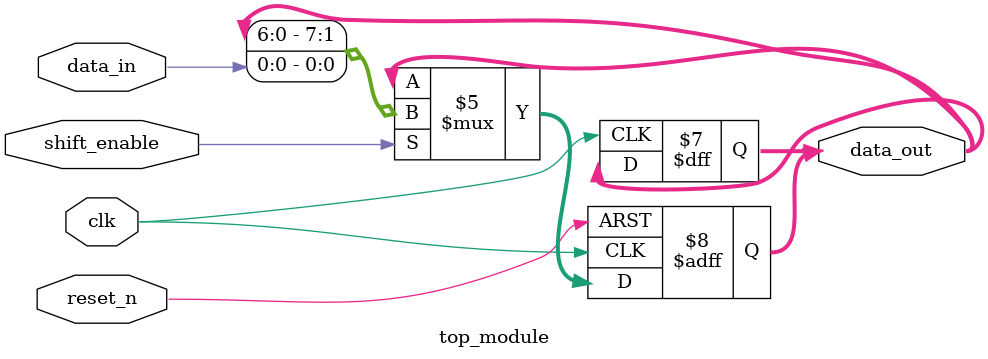
<source format=sv>
module top_module(
    input wire clk,
    input wire reset_n,
    input wire data_in,
    input wire shift_enable,
    output reg [7:0] data_out
);

always @(posedge clk or negedge reset_n) begin
    if (!reset_n) begin
        data_out <= 8'b0;
    end else if (shift_enable) begin
        data_out <= {data_out[6:0], data_in};
    end
end

always @(posedge clk) begin
    if (shift_enable) begin
        data_out <= data_out; // Hold the current value
    end
end

endmodule

</source>
